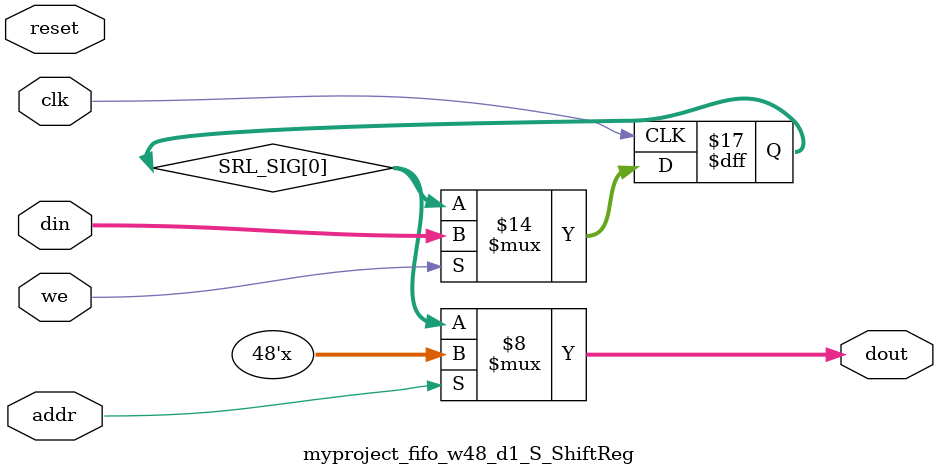
<source format=v>

`timescale 1 ns / 1 ps


module myproject_fifo_w48_d1_S
#(parameter
    MEM_STYLE   = "shiftReg",
    DATA_WIDTH  = 48,
    ADDR_WIDTH  = 1,
    DEPTH       = 1)
(
    // system signal
    input  wire                  clk,
    input  wire                  reset,

    // write
    output wire                  if_full_n,
    input  wire                  if_write_ce,
    input  wire                  if_write,
    input  wire [DATA_WIDTH-1:0] if_din,
    
    // read 
    output wire [ADDR_WIDTH:0]   if_num_data_valid, // for FRP
    output wire [ADDR_WIDTH:0]   if_fifo_cap,       // for FRP
    output wire                  if_empty_n,
    input  wire                  if_read_ce,
    input  wire                  if_read,
    output wire [DATA_WIDTH-1:0] if_dout
);
//------------------------Parameter----------------------

//------------------------Local signal-------------------
    wire [ADDR_WIDTH-1:0]     addr;
    wire                      push;
    wire                      pop;
    reg signed [ADDR_WIDTH:0] mOutPtr;
    reg                       empty_n = 1'b0;
    reg                       full_n  = 1'b1;
    // with almost full?  no 
    // has output register?  no 
//------------------------Instantiation------------------
    myproject_fifo_w48_d1_S_ShiftReg 
    #(  .DATA_WIDTH (DATA_WIDTH),
        .ADDR_WIDTH (ADDR_WIDTH),
        .DEPTH      (DEPTH))
    U_myproject_fifo_w48_d1_S_ShiftReg (
        .clk        (clk),
        .reset      (reset),
        .we         (push),
        .addr       (addr),
        .din        (if_din),
        .dout       (if_dout)
    );
//------------------------Task and function--------------

//------------------------Body---------------------------
    // has num_data_valid ? 
    assign if_num_data_valid = mOutPtr + 1'b1; // yes
    assign if_fifo_cap = DEPTH; // yes  

    // has almost full ? 
    assign if_full_n  = full_n; //no 
    assign push       = full_n & if_write_ce & if_write;

    // has output register? 
    assign if_empty_n = empty_n;  // no
    assign pop        = empty_n & if_read_ce & if_read; // no 

    assign addr       = mOutPtr[ADDR_WIDTH] == 1'b0 ? mOutPtr[ADDR_WIDTH-1:0] : {ADDR_WIDTH{1'b0}};

    // mOutPtr
    always @(posedge clk) begin
        if (reset == 1'b1)
            mOutPtr <= {ADDR_WIDTH+1{1'b1}};
        else if (push & ~pop)
            mOutPtr <= mOutPtr + 1'b1;
        else if (~push & pop)
            mOutPtr <= mOutPtr - 1'b1;
    end

    // full_n
    always @(posedge clk) begin
        if (reset == 1'b1)
            full_n <= 1'b1;
        else if (push & ~pop) begin
            if (mOutPtr == DEPTH - 2)
                full_n <= 1'b0;
        end
        else if (~push & pop)
            full_n <= 1'b1;
    end

    // almost_full_n 

    // empty_n
    always @(posedge clk) begin
        if (reset == 1'b1)
            empty_n <= 1'b0;
        else if (push & ~pop)
            empty_n <= 1'b1;
        else if (~push & pop) begin
            if (mOutPtr == 0)
                empty_n <= 1'b0;
        end
    end
 
    // num_data_valid 

    // dout_vld 

endmodule  


module myproject_fifo_w48_d1_S_ShiftReg
#(parameter
    DATA_WIDTH  = 48,
    ADDR_WIDTH  = 1,
    DEPTH       = 1)
(
    input  wire                  clk,
    input  wire                  reset,
    input  wire                  we,
    input  wire [ADDR_WIDTH-1:0] addr,
    input  wire [DATA_WIDTH-1:0] din,
    //output register? 
    output wire [DATA_WIDTH-1:0] dout // no 
);

    reg [DATA_WIDTH-1:0] SRL_SIG [0:DEPTH-1];
    integer i;

    always @ (posedge clk) begin
        if (we) begin
            for (i=0; i<DEPTH-1; i=i+1)
                SRL_SIG[i+1] <= SRL_SIG[i];
            SRL_SIG[0] <= din;
        end
    end

    //read from SRL, output register? 
    assign dout = SRL_SIG[addr];// no 

endmodule

</source>
